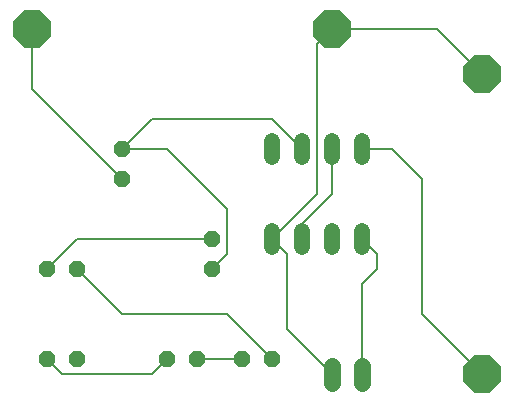
<source format=gbr>
G04 EAGLE Gerber RS-274X export*
G75*
%MOMM*%
%FSLAX34Y34*%
%LPD*%
%INTop Copper*%
%IPPOS*%
%AMOC8*
5,1,8,0,0,1.08239X$1,22.5*%
G01*
%ADD10P,3.409096X8X22.500000*%
%ADD11P,3.409096X8X112.500000*%
%ADD12C,1.320800*%
%ADD13P,1.429621X8X22.500000*%
%ADD14P,1.429621X8X112.500000*%
%ADD15C,1.422400*%
%ADD16C,0.152400*%


D10*
X38100Y342900D03*
X292100Y342900D03*
D11*
X419100Y50800D03*
X419100Y304800D03*
D12*
X241300Y171704D02*
X241300Y158496D01*
X266700Y158496D02*
X266700Y171704D01*
X266700Y234696D02*
X266700Y247904D01*
X241300Y247904D02*
X241300Y234696D01*
X292100Y171704D02*
X292100Y158496D01*
X317500Y158496D02*
X317500Y171704D01*
X292100Y234696D02*
X292100Y247904D01*
X317500Y247904D02*
X317500Y234696D01*
D13*
X50800Y139700D03*
X76200Y139700D03*
X50800Y63500D03*
X76200Y63500D03*
D14*
X114300Y215900D03*
X114300Y241300D03*
X190500Y139700D03*
X190500Y165100D03*
D13*
X215900Y63500D03*
X241300Y63500D03*
X152400Y63500D03*
X177800Y63500D03*
D15*
X292100Y57912D02*
X292100Y43688D01*
X317500Y43688D02*
X317500Y57912D01*
D16*
X215900Y63500D02*
X177800Y63500D01*
X292100Y342900D02*
X381000Y342900D01*
X419100Y304800D01*
X254000Y88900D02*
X292100Y50800D01*
X254000Y152400D02*
X241300Y165100D01*
X254000Y152400D02*
X254000Y88900D01*
X241300Y165100D02*
X279400Y203200D01*
X279400Y330200D02*
X292100Y342900D01*
X279400Y330200D02*
X279400Y203200D01*
X317500Y127000D02*
X317500Y50800D01*
X317500Y127000D02*
X330200Y139700D01*
X330200Y152400D01*
X317500Y165100D01*
X76200Y165100D02*
X50800Y139700D01*
X76200Y165100D02*
X190500Y165100D01*
X114300Y241300D02*
X139700Y266700D01*
X241300Y266700D01*
X266700Y241300D01*
X203200Y152400D02*
X190500Y139700D01*
X203200Y152400D02*
X203200Y190500D01*
X152400Y241300D01*
X114300Y241300D01*
X38100Y292100D02*
X38100Y342900D01*
X38100Y292100D02*
X114300Y215900D01*
X266700Y177800D02*
X266700Y165100D01*
X266700Y177800D02*
X292100Y203200D01*
X292100Y241300D01*
X63500Y50800D02*
X50800Y63500D01*
X139700Y50800D02*
X152400Y63500D01*
X139700Y50800D02*
X63500Y50800D01*
X203200Y101600D02*
X241300Y63500D01*
X114300Y101600D02*
X76200Y139700D01*
X114300Y101600D02*
X203200Y101600D01*
X368300Y101600D02*
X419100Y50800D01*
X368300Y101600D02*
X368300Y215900D01*
X342900Y241300D01*
X317500Y241300D01*
M02*

</source>
